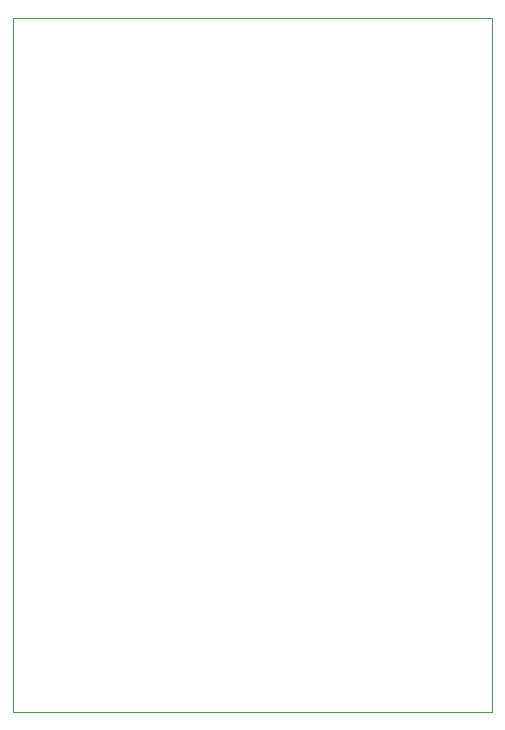
<source format=gbr>
%TF.GenerationSoftware,KiCad,Pcbnew,7.0.8*%
%TF.CreationDate,2023-10-06T13:02:41-07:00*%
%TF.ProjectId,Project_1,50726f6a-6563-4745-9f31-2e6b69636164,rev?*%
%TF.SameCoordinates,Original*%
%TF.FileFunction,Profile,NP*%
%FSLAX46Y46*%
G04 Gerber Fmt 4.6, Leading zero omitted, Abs format (unit mm)*
G04 Created by KiCad (PCBNEW 7.0.8) date 2023-10-06 13:02:41*
%MOMM*%
%LPD*%
G01*
G04 APERTURE LIST*
%TA.AperFunction,Profile*%
%ADD10C,0.100000*%
%TD*%
G04 APERTURE END LIST*
D10*
X108400000Y-119250000D02*
X67800000Y-119250000D01*
X67800000Y-60500000D01*
X108400000Y-60500000D01*
X108400000Y-119250000D01*
M02*

</source>
